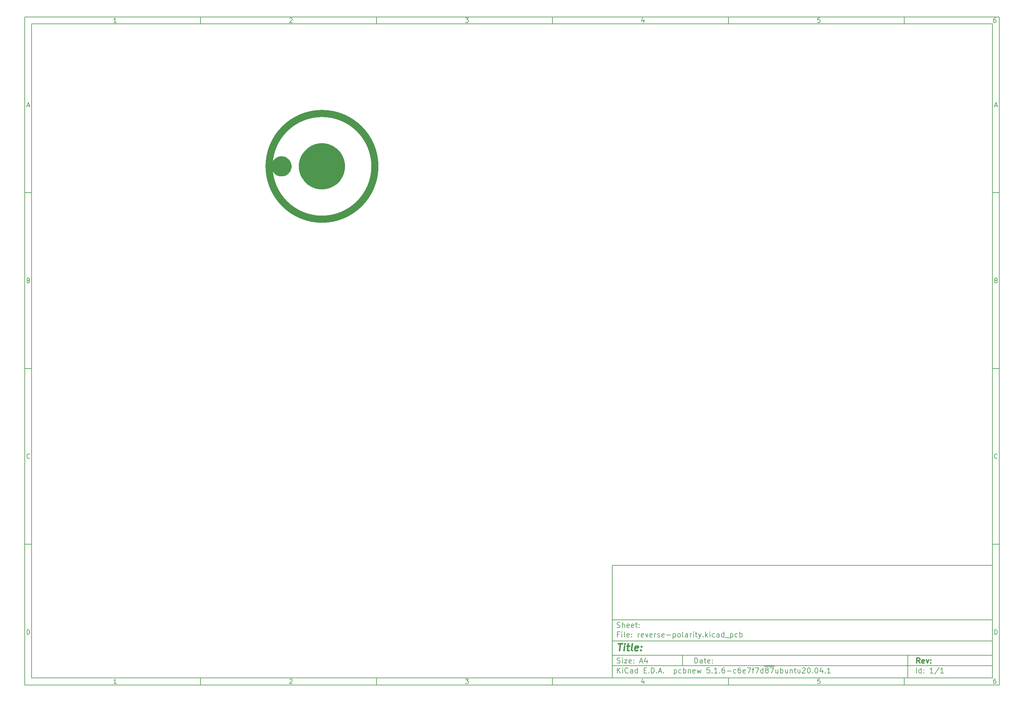
<source format=gbr>
G04 #@! TF.GenerationSoftware,KiCad,Pcbnew,5.1.6-c6e7f7d~87~ubuntu20.04.1*
G04 #@! TF.CreationDate,2020-08-16T01:07:54+02:00*
G04 #@! TF.ProjectId,reverse-polarity,72657665-7273-4652-9d70-6f6c61726974,rev?*
G04 #@! TF.SameCoordinates,Original*
G04 #@! TF.FileFunction,Soldermask,Bot*
G04 #@! TF.FilePolarity,Negative*
%FSLAX45Y45*%
G04 Gerber Fmt 4.5, Leading zero omitted, Abs format (unit mm)*
G04 Created by KiCad (PCBNEW 5.1.6-c6e7f7d~87~ubuntu20.04.1) date 2020-08-16 01:07:54*
%MOMM*%
%LPD*%
G01*
G04 APERTURE LIST*
%ADD10C,0.100000*%
%ADD11C,0.150000*%
%ADD12C,0.300000*%
%ADD13C,0.400000*%
%ADD14C,2.000000*%
G04 APERTURE END LIST*
D10*
D11*
X17700220Y-16600720D02*
X17700220Y-19800720D01*
X28500220Y-19800720D01*
X28500220Y-16600720D01*
X17700220Y-16600720D01*
D10*
D11*
X1000000Y-1000000D02*
X1000000Y-20000720D01*
X28700220Y-20000720D01*
X28700220Y-1000000D01*
X1000000Y-1000000D01*
D10*
D11*
X1200000Y-1200000D02*
X1200000Y-19800720D01*
X28500220Y-19800720D01*
X28500220Y-1200000D01*
X1200000Y-1200000D01*
D10*
D11*
X6000000Y-1200000D02*
X6000000Y-1000000D01*
D10*
D11*
X11000000Y-1200000D02*
X11000000Y-1000000D01*
D10*
D11*
X16000000Y-1200000D02*
X16000000Y-1000000D01*
D10*
D11*
X21000000Y-1200000D02*
X21000000Y-1000000D01*
D10*
D11*
X26000000Y-1200000D02*
X26000000Y-1000000D01*
D10*
D11*
X3606548Y-1158810D02*
X3532262Y-1158810D01*
X3569405Y-1158810D02*
X3569405Y-1028809D01*
X3557024Y-1047381D01*
X3544643Y-1059762D01*
X3532262Y-1065952D01*
D10*
D11*
X8532262Y-1041190D02*
X8538452Y-1035000D01*
X8550833Y-1028809D01*
X8581786Y-1028809D01*
X8594167Y-1035000D01*
X8600357Y-1041190D01*
X8606548Y-1053571D01*
X8606548Y-1065952D01*
X8600357Y-1084524D01*
X8526071Y-1158810D01*
X8606548Y-1158810D01*
D10*
D11*
X13526071Y-1028809D02*
X13606548Y-1028809D01*
X13563214Y-1078333D01*
X13581786Y-1078333D01*
X13594167Y-1084524D01*
X13600357Y-1090714D01*
X13606548Y-1103095D01*
X13606548Y-1134048D01*
X13600357Y-1146429D01*
X13594167Y-1152619D01*
X13581786Y-1158810D01*
X13544643Y-1158810D01*
X13532262Y-1152619D01*
X13526071Y-1146429D01*
D10*
D11*
X18594167Y-1072143D02*
X18594167Y-1158810D01*
X18563214Y-1022619D02*
X18532262Y-1115476D01*
X18612738Y-1115476D01*
D10*
D11*
X23600357Y-1028809D02*
X23538452Y-1028809D01*
X23532262Y-1090714D01*
X23538452Y-1084524D01*
X23550833Y-1078333D01*
X23581786Y-1078333D01*
X23594167Y-1084524D01*
X23600357Y-1090714D01*
X23606548Y-1103095D01*
X23606548Y-1134048D01*
X23600357Y-1146429D01*
X23594167Y-1152619D01*
X23581786Y-1158810D01*
X23550833Y-1158810D01*
X23538452Y-1152619D01*
X23532262Y-1146429D01*
D10*
D11*
X28594167Y-1028809D02*
X28569405Y-1028809D01*
X28557024Y-1035000D01*
X28550833Y-1041190D01*
X28538452Y-1059762D01*
X28532262Y-1084524D01*
X28532262Y-1134048D01*
X28538452Y-1146429D01*
X28544643Y-1152619D01*
X28557024Y-1158810D01*
X28581786Y-1158810D01*
X28594167Y-1152619D01*
X28600357Y-1146429D01*
X28606548Y-1134048D01*
X28606548Y-1103095D01*
X28600357Y-1090714D01*
X28594167Y-1084524D01*
X28581786Y-1078333D01*
X28557024Y-1078333D01*
X28544643Y-1084524D01*
X28538452Y-1090714D01*
X28532262Y-1103095D01*
D10*
D11*
X6000000Y-19800720D02*
X6000000Y-20000720D01*
D10*
D11*
X11000000Y-19800720D02*
X11000000Y-20000720D01*
D10*
D11*
X16000000Y-19800720D02*
X16000000Y-20000720D01*
D10*
D11*
X21000000Y-19800720D02*
X21000000Y-20000720D01*
D10*
D11*
X26000000Y-19800720D02*
X26000000Y-20000720D01*
D10*
D11*
X3606548Y-19959530D02*
X3532262Y-19959530D01*
X3569405Y-19959530D02*
X3569405Y-19829530D01*
X3557024Y-19848101D01*
X3544643Y-19860482D01*
X3532262Y-19866672D01*
D10*
D11*
X8532262Y-19841910D02*
X8538452Y-19835720D01*
X8550833Y-19829530D01*
X8581786Y-19829530D01*
X8594167Y-19835720D01*
X8600357Y-19841910D01*
X8606548Y-19854291D01*
X8606548Y-19866672D01*
X8600357Y-19885244D01*
X8526071Y-19959530D01*
X8606548Y-19959530D01*
D10*
D11*
X13526071Y-19829530D02*
X13606548Y-19829530D01*
X13563214Y-19879053D01*
X13581786Y-19879053D01*
X13594167Y-19885244D01*
X13600357Y-19891434D01*
X13606548Y-19903815D01*
X13606548Y-19934768D01*
X13600357Y-19947149D01*
X13594167Y-19953339D01*
X13581786Y-19959530D01*
X13544643Y-19959530D01*
X13532262Y-19953339D01*
X13526071Y-19947149D01*
D10*
D11*
X18594167Y-19872863D02*
X18594167Y-19959530D01*
X18563214Y-19823339D02*
X18532262Y-19916196D01*
X18612738Y-19916196D01*
D10*
D11*
X23600357Y-19829530D02*
X23538452Y-19829530D01*
X23532262Y-19891434D01*
X23538452Y-19885244D01*
X23550833Y-19879053D01*
X23581786Y-19879053D01*
X23594167Y-19885244D01*
X23600357Y-19891434D01*
X23606548Y-19903815D01*
X23606548Y-19934768D01*
X23600357Y-19947149D01*
X23594167Y-19953339D01*
X23581786Y-19959530D01*
X23550833Y-19959530D01*
X23538452Y-19953339D01*
X23532262Y-19947149D01*
D10*
D11*
X28594167Y-19829530D02*
X28569405Y-19829530D01*
X28557024Y-19835720D01*
X28550833Y-19841910D01*
X28538452Y-19860482D01*
X28532262Y-19885244D01*
X28532262Y-19934768D01*
X28538452Y-19947149D01*
X28544643Y-19953339D01*
X28557024Y-19959530D01*
X28581786Y-19959530D01*
X28594167Y-19953339D01*
X28600357Y-19947149D01*
X28606548Y-19934768D01*
X28606548Y-19903815D01*
X28600357Y-19891434D01*
X28594167Y-19885244D01*
X28581786Y-19879053D01*
X28557024Y-19879053D01*
X28544643Y-19885244D01*
X28538452Y-19891434D01*
X28532262Y-19903815D01*
D10*
D11*
X1000000Y-6000000D02*
X1200000Y-6000000D01*
D10*
D11*
X1000000Y-11000000D02*
X1200000Y-11000000D01*
D10*
D11*
X1000000Y-16000000D02*
X1200000Y-16000000D01*
D10*
D11*
X1069048Y-3521667D02*
X1130952Y-3521667D01*
X1056667Y-3558809D02*
X1100000Y-3428809D01*
X1143333Y-3558809D01*
D10*
D11*
X1109286Y-8490714D02*
X1127857Y-8496905D01*
X1134048Y-8503095D01*
X1140238Y-8515476D01*
X1140238Y-8534048D01*
X1134048Y-8546429D01*
X1127857Y-8552619D01*
X1115476Y-8558810D01*
X1065952Y-8558810D01*
X1065952Y-8428810D01*
X1109286Y-8428810D01*
X1121667Y-8435000D01*
X1127857Y-8441190D01*
X1134048Y-8453571D01*
X1134048Y-8465952D01*
X1127857Y-8478333D01*
X1121667Y-8484524D01*
X1109286Y-8490714D01*
X1065952Y-8490714D01*
D10*
D11*
X1140238Y-13546428D02*
X1134048Y-13552619D01*
X1115476Y-13558809D01*
X1103095Y-13558809D01*
X1084524Y-13552619D01*
X1072143Y-13540238D01*
X1065952Y-13527857D01*
X1059762Y-13503095D01*
X1059762Y-13484524D01*
X1065952Y-13459762D01*
X1072143Y-13447381D01*
X1084524Y-13435000D01*
X1103095Y-13428809D01*
X1115476Y-13428809D01*
X1134048Y-13435000D01*
X1140238Y-13441190D01*
D10*
D11*
X1065952Y-18558810D02*
X1065952Y-18428810D01*
X1096905Y-18428810D01*
X1115476Y-18435000D01*
X1127857Y-18447381D01*
X1134048Y-18459762D01*
X1140238Y-18484524D01*
X1140238Y-18503095D01*
X1134048Y-18527857D01*
X1127857Y-18540238D01*
X1115476Y-18552619D01*
X1096905Y-18558810D01*
X1065952Y-18558810D01*
D10*
D11*
X28700220Y-6000000D02*
X28500220Y-6000000D01*
D10*
D11*
X28700220Y-11000000D02*
X28500220Y-11000000D01*
D10*
D11*
X28700220Y-16000000D02*
X28500220Y-16000000D01*
D10*
D11*
X28569268Y-3521667D02*
X28631172Y-3521667D01*
X28556887Y-3558809D02*
X28600220Y-3428809D01*
X28643553Y-3558809D01*
D10*
D11*
X28609506Y-8490714D02*
X28628077Y-8496905D01*
X28634268Y-8503095D01*
X28640458Y-8515476D01*
X28640458Y-8534048D01*
X28634268Y-8546429D01*
X28628077Y-8552619D01*
X28615696Y-8558810D01*
X28566172Y-8558810D01*
X28566172Y-8428810D01*
X28609506Y-8428810D01*
X28621887Y-8435000D01*
X28628077Y-8441190D01*
X28634268Y-8453571D01*
X28634268Y-8465952D01*
X28628077Y-8478333D01*
X28621887Y-8484524D01*
X28609506Y-8490714D01*
X28566172Y-8490714D01*
D10*
D11*
X28640458Y-13546428D02*
X28634268Y-13552619D01*
X28615696Y-13558809D01*
X28603315Y-13558809D01*
X28584744Y-13552619D01*
X28572363Y-13540238D01*
X28566172Y-13527857D01*
X28559982Y-13503095D01*
X28559982Y-13484524D01*
X28566172Y-13459762D01*
X28572363Y-13447381D01*
X28584744Y-13435000D01*
X28603315Y-13428809D01*
X28615696Y-13428809D01*
X28634268Y-13435000D01*
X28640458Y-13441190D01*
D10*
D11*
X28566172Y-18558810D02*
X28566172Y-18428810D01*
X28597125Y-18428810D01*
X28615696Y-18435000D01*
X28628077Y-18447381D01*
X28634268Y-18459762D01*
X28640458Y-18484524D01*
X28640458Y-18503095D01*
X28634268Y-18527857D01*
X28628077Y-18540238D01*
X28615696Y-18552619D01*
X28597125Y-18558810D01*
X28566172Y-18558810D01*
D10*
D11*
X20043434Y-19378577D02*
X20043434Y-19228577D01*
X20079149Y-19228577D01*
X20100577Y-19235720D01*
X20114863Y-19250006D01*
X20122006Y-19264291D01*
X20129149Y-19292863D01*
X20129149Y-19314291D01*
X20122006Y-19342863D01*
X20114863Y-19357149D01*
X20100577Y-19371434D01*
X20079149Y-19378577D01*
X20043434Y-19378577D01*
X20257720Y-19378577D02*
X20257720Y-19300006D01*
X20250577Y-19285720D01*
X20236291Y-19278577D01*
X20207720Y-19278577D01*
X20193434Y-19285720D01*
X20257720Y-19371434D02*
X20243434Y-19378577D01*
X20207720Y-19378577D01*
X20193434Y-19371434D01*
X20186291Y-19357149D01*
X20186291Y-19342863D01*
X20193434Y-19328577D01*
X20207720Y-19321434D01*
X20243434Y-19321434D01*
X20257720Y-19314291D01*
X20307720Y-19278577D02*
X20364863Y-19278577D01*
X20329149Y-19228577D02*
X20329149Y-19357149D01*
X20336291Y-19371434D01*
X20350577Y-19378577D01*
X20364863Y-19378577D01*
X20472006Y-19371434D02*
X20457720Y-19378577D01*
X20429149Y-19378577D01*
X20414863Y-19371434D01*
X20407720Y-19357149D01*
X20407720Y-19300006D01*
X20414863Y-19285720D01*
X20429149Y-19278577D01*
X20457720Y-19278577D01*
X20472006Y-19285720D01*
X20479149Y-19300006D01*
X20479149Y-19314291D01*
X20407720Y-19328577D01*
X20543434Y-19364291D02*
X20550577Y-19371434D01*
X20543434Y-19378577D01*
X20536291Y-19371434D01*
X20543434Y-19364291D01*
X20543434Y-19378577D01*
X20543434Y-19285720D02*
X20550577Y-19292863D01*
X20543434Y-19300006D01*
X20536291Y-19292863D01*
X20543434Y-19285720D01*
X20543434Y-19300006D01*
D10*
D11*
X17700220Y-19450720D02*
X28500220Y-19450720D01*
D10*
D11*
X17843434Y-19658577D02*
X17843434Y-19508577D01*
X17929149Y-19658577D02*
X17864863Y-19572863D01*
X17929149Y-19508577D02*
X17843434Y-19594291D01*
X17993434Y-19658577D02*
X17993434Y-19558577D01*
X17993434Y-19508577D02*
X17986291Y-19515720D01*
X17993434Y-19522863D01*
X18000577Y-19515720D01*
X17993434Y-19508577D01*
X17993434Y-19522863D01*
X18150577Y-19644291D02*
X18143434Y-19651434D01*
X18122006Y-19658577D01*
X18107720Y-19658577D01*
X18086291Y-19651434D01*
X18072006Y-19637149D01*
X18064863Y-19622863D01*
X18057720Y-19594291D01*
X18057720Y-19572863D01*
X18064863Y-19544291D01*
X18072006Y-19530006D01*
X18086291Y-19515720D01*
X18107720Y-19508577D01*
X18122006Y-19508577D01*
X18143434Y-19515720D01*
X18150577Y-19522863D01*
X18279149Y-19658577D02*
X18279149Y-19580006D01*
X18272006Y-19565720D01*
X18257720Y-19558577D01*
X18229149Y-19558577D01*
X18214863Y-19565720D01*
X18279149Y-19651434D02*
X18264863Y-19658577D01*
X18229149Y-19658577D01*
X18214863Y-19651434D01*
X18207720Y-19637149D01*
X18207720Y-19622863D01*
X18214863Y-19608577D01*
X18229149Y-19601434D01*
X18264863Y-19601434D01*
X18279149Y-19594291D01*
X18414863Y-19658577D02*
X18414863Y-19508577D01*
X18414863Y-19651434D02*
X18400577Y-19658577D01*
X18372006Y-19658577D01*
X18357720Y-19651434D01*
X18350577Y-19644291D01*
X18343434Y-19630006D01*
X18343434Y-19587149D01*
X18350577Y-19572863D01*
X18357720Y-19565720D01*
X18372006Y-19558577D01*
X18400577Y-19558577D01*
X18414863Y-19565720D01*
X18600577Y-19580006D02*
X18650577Y-19580006D01*
X18672006Y-19658577D02*
X18600577Y-19658577D01*
X18600577Y-19508577D01*
X18672006Y-19508577D01*
X18736291Y-19644291D02*
X18743434Y-19651434D01*
X18736291Y-19658577D01*
X18729149Y-19651434D01*
X18736291Y-19644291D01*
X18736291Y-19658577D01*
X18807720Y-19658577D02*
X18807720Y-19508577D01*
X18843434Y-19508577D01*
X18864863Y-19515720D01*
X18879149Y-19530006D01*
X18886291Y-19544291D01*
X18893434Y-19572863D01*
X18893434Y-19594291D01*
X18886291Y-19622863D01*
X18879149Y-19637149D01*
X18864863Y-19651434D01*
X18843434Y-19658577D01*
X18807720Y-19658577D01*
X18957720Y-19644291D02*
X18964863Y-19651434D01*
X18957720Y-19658577D01*
X18950577Y-19651434D01*
X18957720Y-19644291D01*
X18957720Y-19658577D01*
X19022006Y-19615720D02*
X19093434Y-19615720D01*
X19007720Y-19658577D02*
X19057720Y-19508577D01*
X19107720Y-19658577D01*
X19157720Y-19644291D02*
X19164863Y-19651434D01*
X19157720Y-19658577D01*
X19150577Y-19651434D01*
X19157720Y-19644291D01*
X19157720Y-19658577D01*
X19457720Y-19558577D02*
X19457720Y-19708577D01*
X19457720Y-19565720D02*
X19472006Y-19558577D01*
X19500577Y-19558577D01*
X19514863Y-19565720D01*
X19522006Y-19572863D01*
X19529149Y-19587149D01*
X19529149Y-19630006D01*
X19522006Y-19644291D01*
X19514863Y-19651434D01*
X19500577Y-19658577D01*
X19472006Y-19658577D01*
X19457720Y-19651434D01*
X19657720Y-19651434D02*
X19643434Y-19658577D01*
X19614863Y-19658577D01*
X19600577Y-19651434D01*
X19593434Y-19644291D01*
X19586291Y-19630006D01*
X19586291Y-19587149D01*
X19593434Y-19572863D01*
X19600577Y-19565720D01*
X19614863Y-19558577D01*
X19643434Y-19558577D01*
X19657720Y-19565720D01*
X19722006Y-19658577D02*
X19722006Y-19508577D01*
X19722006Y-19565720D02*
X19736291Y-19558577D01*
X19764863Y-19558577D01*
X19779149Y-19565720D01*
X19786291Y-19572863D01*
X19793434Y-19587149D01*
X19793434Y-19630006D01*
X19786291Y-19644291D01*
X19779149Y-19651434D01*
X19764863Y-19658577D01*
X19736291Y-19658577D01*
X19722006Y-19651434D01*
X19857720Y-19558577D02*
X19857720Y-19658577D01*
X19857720Y-19572863D02*
X19864863Y-19565720D01*
X19879149Y-19558577D01*
X19900577Y-19558577D01*
X19914863Y-19565720D01*
X19922006Y-19580006D01*
X19922006Y-19658577D01*
X20050577Y-19651434D02*
X20036291Y-19658577D01*
X20007720Y-19658577D01*
X19993434Y-19651434D01*
X19986291Y-19637149D01*
X19986291Y-19580006D01*
X19993434Y-19565720D01*
X20007720Y-19558577D01*
X20036291Y-19558577D01*
X20050577Y-19565720D01*
X20057720Y-19580006D01*
X20057720Y-19594291D01*
X19986291Y-19608577D01*
X20107720Y-19558577D02*
X20136291Y-19658577D01*
X20164863Y-19587149D01*
X20193434Y-19658577D01*
X20222006Y-19558577D01*
X20464863Y-19508577D02*
X20393434Y-19508577D01*
X20386291Y-19580006D01*
X20393434Y-19572863D01*
X20407720Y-19565720D01*
X20443434Y-19565720D01*
X20457720Y-19572863D01*
X20464863Y-19580006D01*
X20472006Y-19594291D01*
X20472006Y-19630006D01*
X20464863Y-19644291D01*
X20457720Y-19651434D01*
X20443434Y-19658577D01*
X20407720Y-19658577D01*
X20393434Y-19651434D01*
X20386291Y-19644291D01*
X20536291Y-19644291D02*
X20543434Y-19651434D01*
X20536291Y-19658577D01*
X20529149Y-19651434D01*
X20536291Y-19644291D01*
X20536291Y-19658577D01*
X20686291Y-19658577D02*
X20600577Y-19658577D01*
X20643434Y-19658577D02*
X20643434Y-19508577D01*
X20629149Y-19530006D01*
X20614863Y-19544291D01*
X20600577Y-19551434D01*
X20750577Y-19644291D02*
X20757720Y-19651434D01*
X20750577Y-19658577D01*
X20743434Y-19651434D01*
X20750577Y-19644291D01*
X20750577Y-19658577D01*
X20886291Y-19508577D02*
X20857720Y-19508577D01*
X20843434Y-19515720D01*
X20836291Y-19522863D01*
X20822006Y-19544291D01*
X20814863Y-19572863D01*
X20814863Y-19630006D01*
X20822006Y-19644291D01*
X20829149Y-19651434D01*
X20843434Y-19658577D01*
X20872006Y-19658577D01*
X20886291Y-19651434D01*
X20893434Y-19644291D01*
X20900577Y-19630006D01*
X20900577Y-19594291D01*
X20893434Y-19580006D01*
X20886291Y-19572863D01*
X20872006Y-19565720D01*
X20843434Y-19565720D01*
X20829149Y-19572863D01*
X20822006Y-19580006D01*
X20814863Y-19594291D01*
X20964863Y-19601434D02*
X21079149Y-19601434D01*
X21214863Y-19651434D02*
X21200577Y-19658577D01*
X21172006Y-19658577D01*
X21157720Y-19651434D01*
X21150577Y-19644291D01*
X21143434Y-19630006D01*
X21143434Y-19587149D01*
X21150577Y-19572863D01*
X21157720Y-19565720D01*
X21172006Y-19558577D01*
X21200577Y-19558577D01*
X21214863Y-19565720D01*
X21343434Y-19508577D02*
X21314863Y-19508577D01*
X21300577Y-19515720D01*
X21293434Y-19522863D01*
X21279149Y-19544291D01*
X21272006Y-19572863D01*
X21272006Y-19630006D01*
X21279149Y-19644291D01*
X21286291Y-19651434D01*
X21300577Y-19658577D01*
X21329149Y-19658577D01*
X21343434Y-19651434D01*
X21350577Y-19644291D01*
X21357720Y-19630006D01*
X21357720Y-19594291D01*
X21350577Y-19580006D01*
X21343434Y-19572863D01*
X21329149Y-19565720D01*
X21300577Y-19565720D01*
X21286291Y-19572863D01*
X21279149Y-19580006D01*
X21272006Y-19594291D01*
X21479149Y-19651434D02*
X21464863Y-19658577D01*
X21436291Y-19658577D01*
X21422006Y-19651434D01*
X21414863Y-19637149D01*
X21414863Y-19580006D01*
X21422006Y-19565720D01*
X21436291Y-19558577D01*
X21464863Y-19558577D01*
X21479149Y-19565720D01*
X21486291Y-19580006D01*
X21486291Y-19594291D01*
X21414863Y-19608577D01*
X21536291Y-19508577D02*
X21636291Y-19508577D01*
X21572006Y-19658577D01*
X21672006Y-19558577D02*
X21729149Y-19558577D01*
X21693434Y-19658577D02*
X21693434Y-19530006D01*
X21700577Y-19515720D01*
X21714863Y-19508577D01*
X21729149Y-19508577D01*
X21764863Y-19508577D02*
X21864863Y-19508577D01*
X21800577Y-19658577D01*
X21986291Y-19658577D02*
X21986291Y-19508577D01*
X21986291Y-19651434D02*
X21972006Y-19658577D01*
X21943434Y-19658577D01*
X21929149Y-19651434D01*
X21922006Y-19644291D01*
X21914863Y-19630006D01*
X21914863Y-19587149D01*
X21922006Y-19572863D01*
X21929149Y-19565720D01*
X21943434Y-19558577D01*
X21972006Y-19558577D01*
X21986291Y-19565720D01*
X22022006Y-19467720D02*
X22164863Y-19467720D01*
X22079149Y-19572863D02*
X22064863Y-19565720D01*
X22057720Y-19558577D01*
X22050577Y-19544291D01*
X22050577Y-19537149D01*
X22057720Y-19522863D01*
X22064863Y-19515720D01*
X22079149Y-19508577D01*
X22107720Y-19508577D01*
X22122006Y-19515720D01*
X22129149Y-19522863D01*
X22136291Y-19537149D01*
X22136291Y-19544291D01*
X22129149Y-19558577D01*
X22122006Y-19565720D01*
X22107720Y-19572863D01*
X22079149Y-19572863D01*
X22064863Y-19580006D01*
X22057720Y-19587149D01*
X22050577Y-19601434D01*
X22050577Y-19630006D01*
X22057720Y-19644291D01*
X22064863Y-19651434D01*
X22079149Y-19658577D01*
X22107720Y-19658577D01*
X22122006Y-19651434D01*
X22129149Y-19644291D01*
X22136291Y-19630006D01*
X22136291Y-19601434D01*
X22129149Y-19587149D01*
X22122006Y-19580006D01*
X22107720Y-19572863D01*
X22164863Y-19467720D02*
X22307720Y-19467720D01*
X22186291Y-19508577D02*
X22286291Y-19508577D01*
X22222006Y-19658577D01*
X22407720Y-19558577D02*
X22407720Y-19658577D01*
X22343434Y-19558577D02*
X22343434Y-19637149D01*
X22350577Y-19651434D01*
X22364863Y-19658577D01*
X22386291Y-19658577D01*
X22400577Y-19651434D01*
X22407720Y-19644291D01*
X22479148Y-19658577D02*
X22479148Y-19508577D01*
X22479148Y-19565720D02*
X22493434Y-19558577D01*
X22522006Y-19558577D01*
X22536291Y-19565720D01*
X22543434Y-19572863D01*
X22550577Y-19587149D01*
X22550577Y-19630006D01*
X22543434Y-19644291D01*
X22536291Y-19651434D01*
X22522006Y-19658577D01*
X22493434Y-19658577D01*
X22479148Y-19651434D01*
X22679148Y-19558577D02*
X22679148Y-19658577D01*
X22614863Y-19558577D02*
X22614863Y-19637149D01*
X22622006Y-19651434D01*
X22636291Y-19658577D01*
X22657720Y-19658577D01*
X22672006Y-19651434D01*
X22679148Y-19644291D01*
X22750577Y-19558577D02*
X22750577Y-19658577D01*
X22750577Y-19572863D02*
X22757720Y-19565720D01*
X22772006Y-19558577D01*
X22793434Y-19558577D01*
X22807720Y-19565720D01*
X22814863Y-19580006D01*
X22814863Y-19658577D01*
X22864863Y-19558577D02*
X22922006Y-19558577D01*
X22886291Y-19508577D02*
X22886291Y-19637149D01*
X22893434Y-19651434D01*
X22907720Y-19658577D01*
X22922006Y-19658577D01*
X23036291Y-19558577D02*
X23036291Y-19658577D01*
X22972006Y-19558577D02*
X22972006Y-19637149D01*
X22979148Y-19651434D01*
X22993434Y-19658577D01*
X23014863Y-19658577D01*
X23029148Y-19651434D01*
X23036291Y-19644291D01*
X23100577Y-19522863D02*
X23107720Y-19515720D01*
X23122006Y-19508577D01*
X23157720Y-19508577D01*
X23172006Y-19515720D01*
X23179148Y-19522863D01*
X23186291Y-19537149D01*
X23186291Y-19551434D01*
X23179148Y-19572863D01*
X23093434Y-19658577D01*
X23186291Y-19658577D01*
X23279148Y-19508577D02*
X23293434Y-19508577D01*
X23307720Y-19515720D01*
X23314863Y-19522863D01*
X23322006Y-19537149D01*
X23329148Y-19565720D01*
X23329148Y-19601434D01*
X23322006Y-19630006D01*
X23314863Y-19644291D01*
X23307720Y-19651434D01*
X23293434Y-19658577D01*
X23279148Y-19658577D01*
X23264863Y-19651434D01*
X23257720Y-19644291D01*
X23250577Y-19630006D01*
X23243434Y-19601434D01*
X23243434Y-19565720D01*
X23250577Y-19537149D01*
X23257720Y-19522863D01*
X23264863Y-19515720D01*
X23279148Y-19508577D01*
X23393434Y-19644291D02*
X23400577Y-19651434D01*
X23393434Y-19658577D01*
X23386291Y-19651434D01*
X23393434Y-19644291D01*
X23393434Y-19658577D01*
X23493434Y-19508577D02*
X23507720Y-19508577D01*
X23522006Y-19515720D01*
X23529148Y-19522863D01*
X23536291Y-19537149D01*
X23543434Y-19565720D01*
X23543434Y-19601434D01*
X23536291Y-19630006D01*
X23529148Y-19644291D01*
X23522006Y-19651434D01*
X23507720Y-19658577D01*
X23493434Y-19658577D01*
X23479148Y-19651434D01*
X23472006Y-19644291D01*
X23464863Y-19630006D01*
X23457720Y-19601434D01*
X23457720Y-19565720D01*
X23464863Y-19537149D01*
X23472006Y-19522863D01*
X23479148Y-19515720D01*
X23493434Y-19508577D01*
X23672006Y-19558577D02*
X23672006Y-19658577D01*
X23636291Y-19501434D02*
X23600577Y-19608577D01*
X23693434Y-19608577D01*
X23750577Y-19644291D02*
X23757720Y-19651434D01*
X23750577Y-19658577D01*
X23743434Y-19651434D01*
X23750577Y-19644291D01*
X23750577Y-19658577D01*
X23900577Y-19658577D02*
X23814863Y-19658577D01*
X23857720Y-19658577D02*
X23857720Y-19508577D01*
X23843434Y-19530006D01*
X23829148Y-19544291D01*
X23814863Y-19551434D01*
D10*
D11*
X17700220Y-19150720D02*
X28500220Y-19150720D01*
D10*
D12*
X26441148Y-19378577D02*
X26391148Y-19307149D01*
X26355434Y-19378577D02*
X26355434Y-19228577D01*
X26412577Y-19228577D01*
X26426863Y-19235720D01*
X26434006Y-19242863D01*
X26441148Y-19257149D01*
X26441148Y-19278577D01*
X26434006Y-19292863D01*
X26426863Y-19300006D01*
X26412577Y-19307149D01*
X26355434Y-19307149D01*
X26562577Y-19371434D02*
X26548291Y-19378577D01*
X26519720Y-19378577D01*
X26505434Y-19371434D01*
X26498291Y-19357149D01*
X26498291Y-19300006D01*
X26505434Y-19285720D01*
X26519720Y-19278577D01*
X26548291Y-19278577D01*
X26562577Y-19285720D01*
X26569720Y-19300006D01*
X26569720Y-19314291D01*
X26498291Y-19328577D01*
X26619720Y-19278577D02*
X26655434Y-19378577D01*
X26691148Y-19278577D01*
X26748291Y-19364291D02*
X26755434Y-19371434D01*
X26748291Y-19378577D01*
X26741148Y-19371434D01*
X26748291Y-19364291D01*
X26748291Y-19378577D01*
X26748291Y-19285720D02*
X26755434Y-19292863D01*
X26748291Y-19300006D01*
X26741148Y-19292863D01*
X26748291Y-19285720D01*
X26748291Y-19300006D01*
D10*
D11*
X17836291Y-19371434D02*
X17857720Y-19378577D01*
X17893434Y-19378577D01*
X17907720Y-19371434D01*
X17914863Y-19364291D01*
X17922006Y-19350006D01*
X17922006Y-19335720D01*
X17914863Y-19321434D01*
X17907720Y-19314291D01*
X17893434Y-19307149D01*
X17864863Y-19300006D01*
X17850577Y-19292863D01*
X17843434Y-19285720D01*
X17836291Y-19271434D01*
X17836291Y-19257149D01*
X17843434Y-19242863D01*
X17850577Y-19235720D01*
X17864863Y-19228577D01*
X17900577Y-19228577D01*
X17922006Y-19235720D01*
X17986291Y-19378577D02*
X17986291Y-19278577D01*
X17986291Y-19228577D02*
X17979149Y-19235720D01*
X17986291Y-19242863D01*
X17993434Y-19235720D01*
X17986291Y-19228577D01*
X17986291Y-19242863D01*
X18043434Y-19278577D02*
X18122006Y-19278577D01*
X18043434Y-19378577D01*
X18122006Y-19378577D01*
X18236291Y-19371434D02*
X18222006Y-19378577D01*
X18193434Y-19378577D01*
X18179149Y-19371434D01*
X18172006Y-19357149D01*
X18172006Y-19300006D01*
X18179149Y-19285720D01*
X18193434Y-19278577D01*
X18222006Y-19278577D01*
X18236291Y-19285720D01*
X18243434Y-19300006D01*
X18243434Y-19314291D01*
X18172006Y-19328577D01*
X18307720Y-19364291D02*
X18314863Y-19371434D01*
X18307720Y-19378577D01*
X18300577Y-19371434D01*
X18307720Y-19364291D01*
X18307720Y-19378577D01*
X18307720Y-19285720D02*
X18314863Y-19292863D01*
X18307720Y-19300006D01*
X18300577Y-19292863D01*
X18307720Y-19285720D01*
X18307720Y-19300006D01*
X18486291Y-19335720D02*
X18557720Y-19335720D01*
X18472006Y-19378577D02*
X18522006Y-19228577D01*
X18572006Y-19378577D01*
X18686291Y-19278577D02*
X18686291Y-19378577D01*
X18650577Y-19221434D02*
X18614863Y-19328577D01*
X18707720Y-19328577D01*
D10*
D11*
X26343434Y-19658577D02*
X26343434Y-19508577D01*
X26479148Y-19658577D02*
X26479148Y-19508577D01*
X26479148Y-19651434D02*
X26464863Y-19658577D01*
X26436291Y-19658577D01*
X26422006Y-19651434D01*
X26414863Y-19644291D01*
X26407720Y-19630006D01*
X26407720Y-19587149D01*
X26414863Y-19572863D01*
X26422006Y-19565720D01*
X26436291Y-19558577D01*
X26464863Y-19558577D01*
X26479148Y-19565720D01*
X26550577Y-19644291D02*
X26557720Y-19651434D01*
X26550577Y-19658577D01*
X26543434Y-19651434D01*
X26550577Y-19644291D01*
X26550577Y-19658577D01*
X26550577Y-19565720D02*
X26557720Y-19572863D01*
X26550577Y-19580006D01*
X26543434Y-19572863D01*
X26550577Y-19565720D01*
X26550577Y-19580006D01*
X26814863Y-19658577D02*
X26729148Y-19658577D01*
X26772006Y-19658577D02*
X26772006Y-19508577D01*
X26757720Y-19530006D01*
X26743434Y-19544291D01*
X26729148Y-19551434D01*
X26986291Y-19501434D02*
X26857720Y-19694291D01*
X27114863Y-19658577D02*
X27029148Y-19658577D01*
X27072006Y-19658577D02*
X27072006Y-19508577D01*
X27057720Y-19530006D01*
X27043434Y-19544291D01*
X27029148Y-19551434D01*
D10*
D11*
X17700220Y-18750720D02*
X28500220Y-18750720D01*
D10*
D13*
X17871458Y-18821196D02*
X17985744Y-18821196D01*
X17903601Y-19021196D02*
X17928601Y-18821196D01*
X18027410Y-19021196D02*
X18044077Y-18887863D01*
X18052410Y-18821196D02*
X18041696Y-18830720D01*
X18050030Y-18840244D01*
X18060744Y-18830720D01*
X18052410Y-18821196D01*
X18050030Y-18840244D01*
X18110744Y-18887863D02*
X18186934Y-18887863D01*
X18147649Y-18821196D02*
X18126220Y-18992625D01*
X18133363Y-19011672D01*
X18151220Y-19021196D01*
X18170268Y-19021196D01*
X18265506Y-19021196D02*
X18247649Y-19011672D01*
X18240506Y-18992625D01*
X18261934Y-18821196D01*
X18419077Y-19011672D02*
X18398839Y-19021196D01*
X18360744Y-19021196D01*
X18342887Y-19011672D01*
X18335744Y-18992625D01*
X18345268Y-18916434D01*
X18357172Y-18897387D01*
X18377410Y-18887863D01*
X18415506Y-18887863D01*
X18433363Y-18897387D01*
X18440506Y-18916434D01*
X18438125Y-18935482D01*
X18340506Y-18954530D01*
X18515506Y-19002149D02*
X18523839Y-19011672D01*
X18513125Y-19021196D01*
X18504791Y-19011672D01*
X18515506Y-19002149D01*
X18513125Y-19021196D01*
X18528601Y-18897387D02*
X18536934Y-18906910D01*
X18526220Y-18916434D01*
X18517887Y-18906910D01*
X18528601Y-18897387D01*
X18526220Y-18916434D01*
D10*
D11*
X17893434Y-18560006D02*
X17843434Y-18560006D01*
X17843434Y-18638577D02*
X17843434Y-18488577D01*
X17914863Y-18488577D01*
X17972006Y-18638577D02*
X17972006Y-18538577D01*
X17972006Y-18488577D02*
X17964863Y-18495720D01*
X17972006Y-18502863D01*
X17979149Y-18495720D01*
X17972006Y-18488577D01*
X17972006Y-18502863D01*
X18064863Y-18638577D02*
X18050577Y-18631434D01*
X18043434Y-18617149D01*
X18043434Y-18488577D01*
X18179149Y-18631434D02*
X18164863Y-18638577D01*
X18136291Y-18638577D01*
X18122006Y-18631434D01*
X18114863Y-18617149D01*
X18114863Y-18560006D01*
X18122006Y-18545720D01*
X18136291Y-18538577D01*
X18164863Y-18538577D01*
X18179149Y-18545720D01*
X18186291Y-18560006D01*
X18186291Y-18574291D01*
X18114863Y-18588577D01*
X18250577Y-18624291D02*
X18257720Y-18631434D01*
X18250577Y-18638577D01*
X18243434Y-18631434D01*
X18250577Y-18624291D01*
X18250577Y-18638577D01*
X18250577Y-18545720D02*
X18257720Y-18552863D01*
X18250577Y-18560006D01*
X18243434Y-18552863D01*
X18250577Y-18545720D01*
X18250577Y-18560006D01*
X18436291Y-18638577D02*
X18436291Y-18538577D01*
X18436291Y-18567149D02*
X18443434Y-18552863D01*
X18450577Y-18545720D01*
X18464863Y-18538577D01*
X18479149Y-18538577D01*
X18586291Y-18631434D02*
X18572006Y-18638577D01*
X18543434Y-18638577D01*
X18529149Y-18631434D01*
X18522006Y-18617149D01*
X18522006Y-18560006D01*
X18529149Y-18545720D01*
X18543434Y-18538577D01*
X18572006Y-18538577D01*
X18586291Y-18545720D01*
X18593434Y-18560006D01*
X18593434Y-18574291D01*
X18522006Y-18588577D01*
X18643434Y-18538577D02*
X18679149Y-18638577D01*
X18714863Y-18538577D01*
X18829149Y-18631434D02*
X18814863Y-18638577D01*
X18786291Y-18638577D01*
X18772006Y-18631434D01*
X18764863Y-18617149D01*
X18764863Y-18560006D01*
X18772006Y-18545720D01*
X18786291Y-18538577D01*
X18814863Y-18538577D01*
X18829149Y-18545720D01*
X18836291Y-18560006D01*
X18836291Y-18574291D01*
X18764863Y-18588577D01*
X18900577Y-18638577D02*
X18900577Y-18538577D01*
X18900577Y-18567149D02*
X18907720Y-18552863D01*
X18914863Y-18545720D01*
X18929149Y-18538577D01*
X18943434Y-18538577D01*
X18986291Y-18631434D02*
X19000577Y-18638577D01*
X19029149Y-18638577D01*
X19043434Y-18631434D01*
X19050577Y-18617149D01*
X19050577Y-18610006D01*
X19043434Y-18595720D01*
X19029149Y-18588577D01*
X19007720Y-18588577D01*
X18993434Y-18581434D01*
X18986291Y-18567149D01*
X18986291Y-18560006D01*
X18993434Y-18545720D01*
X19007720Y-18538577D01*
X19029149Y-18538577D01*
X19043434Y-18545720D01*
X19172006Y-18631434D02*
X19157720Y-18638577D01*
X19129149Y-18638577D01*
X19114863Y-18631434D01*
X19107720Y-18617149D01*
X19107720Y-18560006D01*
X19114863Y-18545720D01*
X19129149Y-18538577D01*
X19157720Y-18538577D01*
X19172006Y-18545720D01*
X19179149Y-18560006D01*
X19179149Y-18574291D01*
X19107720Y-18588577D01*
X19243434Y-18581434D02*
X19357720Y-18581434D01*
X19429149Y-18538577D02*
X19429149Y-18688577D01*
X19429149Y-18545720D02*
X19443434Y-18538577D01*
X19472006Y-18538577D01*
X19486291Y-18545720D01*
X19493434Y-18552863D01*
X19500577Y-18567149D01*
X19500577Y-18610006D01*
X19493434Y-18624291D01*
X19486291Y-18631434D01*
X19472006Y-18638577D01*
X19443434Y-18638577D01*
X19429149Y-18631434D01*
X19586291Y-18638577D02*
X19572006Y-18631434D01*
X19564863Y-18624291D01*
X19557720Y-18610006D01*
X19557720Y-18567149D01*
X19564863Y-18552863D01*
X19572006Y-18545720D01*
X19586291Y-18538577D01*
X19607720Y-18538577D01*
X19622006Y-18545720D01*
X19629149Y-18552863D01*
X19636291Y-18567149D01*
X19636291Y-18610006D01*
X19629149Y-18624291D01*
X19622006Y-18631434D01*
X19607720Y-18638577D01*
X19586291Y-18638577D01*
X19722006Y-18638577D02*
X19707720Y-18631434D01*
X19700577Y-18617149D01*
X19700577Y-18488577D01*
X19843434Y-18638577D02*
X19843434Y-18560006D01*
X19836291Y-18545720D01*
X19822006Y-18538577D01*
X19793434Y-18538577D01*
X19779149Y-18545720D01*
X19843434Y-18631434D02*
X19829149Y-18638577D01*
X19793434Y-18638577D01*
X19779149Y-18631434D01*
X19772006Y-18617149D01*
X19772006Y-18602863D01*
X19779149Y-18588577D01*
X19793434Y-18581434D01*
X19829149Y-18581434D01*
X19843434Y-18574291D01*
X19914863Y-18638577D02*
X19914863Y-18538577D01*
X19914863Y-18567149D02*
X19922006Y-18552863D01*
X19929149Y-18545720D01*
X19943434Y-18538577D01*
X19957720Y-18538577D01*
X20007720Y-18638577D02*
X20007720Y-18538577D01*
X20007720Y-18488577D02*
X20000577Y-18495720D01*
X20007720Y-18502863D01*
X20014863Y-18495720D01*
X20007720Y-18488577D01*
X20007720Y-18502863D01*
X20057720Y-18538577D02*
X20114863Y-18538577D01*
X20079149Y-18488577D02*
X20079149Y-18617149D01*
X20086291Y-18631434D01*
X20100577Y-18638577D01*
X20114863Y-18638577D01*
X20150577Y-18538577D02*
X20186291Y-18638577D01*
X20222006Y-18538577D02*
X20186291Y-18638577D01*
X20172006Y-18674291D01*
X20164863Y-18681434D01*
X20150577Y-18688577D01*
X20279149Y-18624291D02*
X20286291Y-18631434D01*
X20279149Y-18638577D01*
X20272006Y-18631434D01*
X20279149Y-18624291D01*
X20279149Y-18638577D01*
X20350577Y-18638577D02*
X20350577Y-18488577D01*
X20364863Y-18581434D02*
X20407720Y-18638577D01*
X20407720Y-18538577D02*
X20350577Y-18595720D01*
X20472006Y-18638577D02*
X20472006Y-18538577D01*
X20472006Y-18488577D02*
X20464863Y-18495720D01*
X20472006Y-18502863D01*
X20479149Y-18495720D01*
X20472006Y-18488577D01*
X20472006Y-18502863D01*
X20607720Y-18631434D02*
X20593434Y-18638577D01*
X20564863Y-18638577D01*
X20550577Y-18631434D01*
X20543434Y-18624291D01*
X20536291Y-18610006D01*
X20536291Y-18567149D01*
X20543434Y-18552863D01*
X20550577Y-18545720D01*
X20564863Y-18538577D01*
X20593434Y-18538577D01*
X20607720Y-18545720D01*
X20736291Y-18638577D02*
X20736291Y-18560006D01*
X20729149Y-18545720D01*
X20714863Y-18538577D01*
X20686291Y-18538577D01*
X20672006Y-18545720D01*
X20736291Y-18631434D02*
X20722006Y-18638577D01*
X20686291Y-18638577D01*
X20672006Y-18631434D01*
X20664863Y-18617149D01*
X20664863Y-18602863D01*
X20672006Y-18588577D01*
X20686291Y-18581434D01*
X20722006Y-18581434D01*
X20736291Y-18574291D01*
X20872006Y-18638577D02*
X20872006Y-18488577D01*
X20872006Y-18631434D02*
X20857720Y-18638577D01*
X20829149Y-18638577D01*
X20814863Y-18631434D01*
X20807720Y-18624291D01*
X20800577Y-18610006D01*
X20800577Y-18567149D01*
X20807720Y-18552863D01*
X20814863Y-18545720D01*
X20829149Y-18538577D01*
X20857720Y-18538577D01*
X20872006Y-18545720D01*
X20907720Y-18652863D02*
X21022006Y-18652863D01*
X21057720Y-18538577D02*
X21057720Y-18688577D01*
X21057720Y-18545720D02*
X21072006Y-18538577D01*
X21100577Y-18538577D01*
X21114863Y-18545720D01*
X21122006Y-18552863D01*
X21129149Y-18567149D01*
X21129149Y-18610006D01*
X21122006Y-18624291D01*
X21114863Y-18631434D01*
X21100577Y-18638577D01*
X21072006Y-18638577D01*
X21057720Y-18631434D01*
X21257720Y-18631434D02*
X21243434Y-18638577D01*
X21214863Y-18638577D01*
X21200577Y-18631434D01*
X21193434Y-18624291D01*
X21186291Y-18610006D01*
X21186291Y-18567149D01*
X21193434Y-18552863D01*
X21200577Y-18545720D01*
X21214863Y-18538577D01*
X21243434Y-18538577D01*
X21257720Y-18545720D01*
X21322006Y-18638577D02*
X21322006Y-18488577D01*
X21322006Y-18545720D02*
X21336291Y-18538577D01*
X21364863Y-18538577D01*
X21379149Y-18545720D01*
X21386291Y-18552863D01*
X21393434Y-18567149D01*
X21393434Y-18610006D01*
X21386291Y-18624291D01*
X21379149Y-18631434D01*
X21364863Y-18638577D01*
X21336291Y-18638577D01*
X21322006Y-18631434D01*
D10*
D11*
X17700220Y-18150720D02*
X28500220Y-18150720D01*
D10*
D11*
X17836291Y-18361434D02*
X17857720Y-18368577D01*
X17893434Y-18368577D01*
X17907720Y-18361434D01*
X17914863Y-18354291D01*
X17922006Y-18340006D01*
X17922006Y-18325720D01*
X17914863Y-18311434D01*
X17907720Y-18304291D01*
X17893434Y-18297149D01*
X17864863Y-18290006D01*
X17850577Y-18282863D01*
X17843434Y-18275720D01*
X17836291Y-18261434D01*
X17836291Y-18247149D01*
X17843434Y-18232863D01*
X17850577Y-18225720D01*
X17864863Y-18218577D01*
X17900577Y-18218577D01*
X17922006Y-18225720D01*
X17986291Y-18368577D02*
X17986291Y-18218577D01*
X18050577Y-18368577D02*
X18050577Y-18290006D01*
X18043434Y-18275720D01*
X18029149Y-18268577D01*
X18007720Y-18268577D01*
X17993434Y-18275720D01*
X17986291Y-18282863D01*
X18179149Y-18361434D02*
X18164863Y-18368577D01*
X18136291Y-18368577D01*
X18122006Y-18361434D01*
X18114863Y-18347149D01*
X18114863Y-18290006D01*
X18122006Y-18275720D01*
X18136291Y-18268577D01*
X18164863Y-18268577D01*
X18179149Y-18275720D01*
X18186291Y-18290006D01*
X18186291Y-18304291D01*
X18114863Y-18318577D01*
X18307720Y-18361434D02*
X18293434Y-18368577D01*
X18264863Y-18368577D01*
X18250577Y-18361434D01*
X18243434Y-18347149D01*
X18243434Y-18290006D01*
X18250577Y-18275720D01*
X18264863Y-18268577D01*
X18293434Y-18268577D01*
X18307720Y-18275720D01*
X18314863Y-18290006D01*
X18314863Y-18304291D01*
X18243434Y-18318577D01*
X18357720Y-18268577D02*
X18414863Y-18268577D01*
X18379149Y-18218577D02*
X18379149Y-18347149D01*
X18386291Y-18361434D01*
X18400577Y-18368577D01*
X18414863Y-18368577D01*
X18464863Y-18354291D02*
X18472006Y-18361434D01*
X18464863Y-18368577D01*
X18457720Y-18361434D01*
X18464863Y-18354291D01*
X18464863Y-18368577D01*
X18464863Y-18275720D02*
X18472006Y-18282863D01*
X18464863Y-18290006D01*
X18457720Y-18282863D01*
X18464863Y-18275720D01*
X18464863Y-18290006D01*
D10*
D11*
X19700220Y-19150720D02*
X19700220Y-19450720D01*
D10*
D11*
X26100220Y-19150720D02*
X26100220Y-19800720D01*
D14*
X10953567Y-5250000D02*
G75*
G03*
X10953567Y-5250000I-1503567J0D01*
G01*
D10*
G36*
X9641086Y-4620075D02*
G01*
X9760306Y-4669458D01*
X9760306Y-4669458D01*
X9867602Y-4741151D01*
X9958849Y-4832398D01*
X10030542Y-4939694D01*
X10030542Y-4939694D01*
X10079925Y-5058915D01*
X10105100Y-5185478D01*
X10105100Y-5314522D01*
X10079925Y-5441086D01*
X10054423Y-5502652D01*
X10030542Y-5560306D01*
X9958849Y-5667602D01*
X9867602Y-5758849D01*
X9760306Y-5830542D01*
X9760306Y-5830542D01*
X9760306Y-5830542D01*
X9641086Y-5879925D01*
X9514522Y-5905100D01*
X9385478Y-5905100D01*
X9258915Y-5879925D01*
X9139694Y-5830542D01*
X9139694Y-5830542D01*
X9139694Y-5830542D01*
X9032398Y-5758849D01*
X8941151Y-5667602D01*
X8869458Y-5560306D01*
X8845577Y-5502652D01*
X8820075Y-5441086D01*
X8794900Y-5314522D01*
X8794900Y-5185478D01*
X8820075Y-5058915D01*
X8869458Y-4939694D01*
X8869458Y-4939694D01*
X8941151Y-4832398D01*
X9032398Y-4741151D01*
X9139694Y-4669458D01*
X9139694Y-4669458D01*
X9258915Y-4620075D01*
X9385478Y-4594900D01*
X9514522Y-4594900D01*
X9641086Y-4620075D01*
G37*
G36*
X8355620Y-4970378D02*
G01*
X8383161Y-4975856D01*
X8435046Y-4997348D01*
X8481741Y-5028548D01*
X8521452Y-5068259D01*
X8552652Y-5114955D01*
X8574144Y-5166839D01*
X8585100Y-5221920D01*
X8585100Y-5278080D01*
X8574144Y-5333161D01*
X8552652Y-5385046D01*
X8521452Y-5431741D01*
X8481741Y-5471452D01*
X8435046Y-5502652D01*
X8383161Y-5524144D01*
X8355620Y-5529622D01*
X8328080Y-5535100D01*
X8271920Y-5535100D01*
X8244380Y-5529622D01*
X8216839Y-5524144D01*
X8164954Y-5502652D01*
X8118259Y-5471452D01*
X8078548Y-5431741D01*
X8047348Y-5385046D01*
X8025856Y-5333161D01*
X8014900Y-5278080D01*
X8014900Y-5221920D01*
X8025856Y-5166839D01*
X8047348Y-5114955D01*
X8078548Y-5068259D01*
X8118259Y-5028548D01*
X8164954Y-4997348D01*
X8216839Y-4975856D01*
X8271920Y-4964900D01*
X8328080Y-4964900D01*
X8355620Y-4970378D01*
G37*
M02*

</source>
